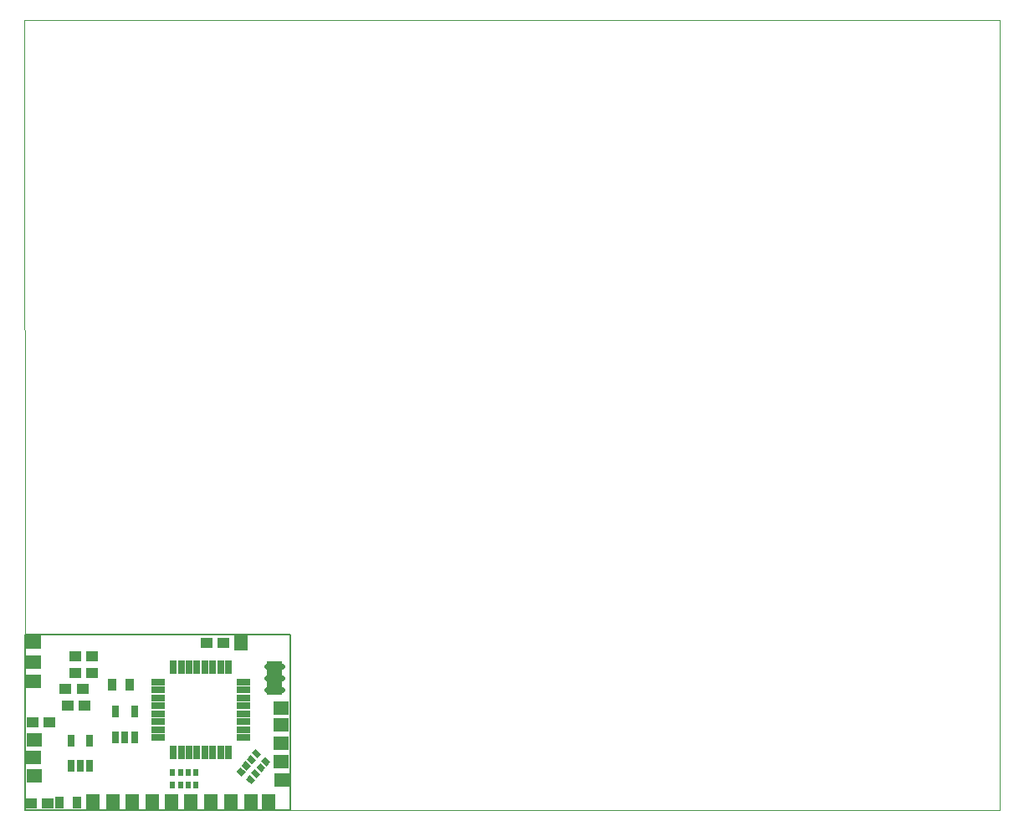
<source format=gts>
G75*
%MOIN*%
%OFA0B0*%
%FSLAX25Y25*%
%IPPOS*%
%LPD*%
%AMOC8*
5,1,8,0,0,1.08239X$1,22.5*
%
%ADD10C,0.00000*%
%ADD11C,0.00700*%
%ADD12R,0.04731X0.04337*%
%ADD13R,0.06400X0.05400*%
%ADD14R,0.05400X0.06400*%
%ADD15R,0.03550X0.05124*%
%ADD16R,0.02369X0.02959*%
%ADD17R,0.02565X0.05124*%
%ADD18R,0.05400X0.02600*%
%ADD19R,0.02600X0.05400*%
%ADD20C,0.02172*%
%ADD21R,0.06040X0.13760*%
D10*
X0002934Y0075619D02*
X0002502Y0320712D01*
X0391203Y0320712D01*
X0391203Y0005751D01*
X0108515Y0005584D01*
D11*
X0002867Y0005651D02*
X0002934Y0075619D01*
X0108462Y0075672D01*
X0108515Y0005584D01*
X0002867Y0005651D01*
D12*
X0005040Y0008242D03*
X0011732Y0008242D03*
X0012370Y0040535D03*
X0005677Y0040535D03*
X0019913Y0047467D03*
X0026606Y0047467D03*
X0025637Y0053851D03*
X0018945Y0053851D03*
X0022628Y0060343D03*
X0029321Y0060343D03*
X0029406Y0067084D03*
X0022713Y0067084D03*
X0074975Y0072340D03*
X0081668Y0072340D03*
D13*
X0104773Y0046325D03*
X0104773Y0039702D03*
X0104773Y0032467D03*
X0104737Y0025139D03*
X0105034Y0017648D03*
X0006475Y0019216D03*
X0006263Y0026550D03*
X0006302Y0033526D03*
X0006112Y0056957D03*
X0006180Y0064829D03*
X0006233Y0072841D03*
D14*
X0029783Y0009032D03*
X0037771Y0008927D03*
X0045402Y0008973D03*
X0053373Y0008926D03*
X0061201Y0008926D03*
X0068899Y0009056D03*
X0076801Y0009001D03*
X0084750Y0009033D03*
X0092826Y0009137D03*
X0099826Y0009074D03*
X0088774Y0072325D03*
D15*
X0044371Y0055537D03*
X0037285Y0055537D03*
X0023520Y0008741D03*
X0016433Y0008741D03*
D16*
X0061467Y0015624D03*
X0064617Y0015624D03*
X0067766Y0015624D03*
X0070916Y0015624D03*
X0070916Y0020545D03*
X0067766Y0020545D03*
X0064617Y0020545D03*
X0061467Y0020545D03*
G36*
X0086943Y0020972D02*
X0088466Y0022786D01*
X0090731Y0020886D01*
X0089208Y0019072D01*
X0086943Y0020972D01*
G37*
G36*
X0088968Y0023385D02*
X0090491Y0025199D01*
X0092756Y0023299D01*
X0091233Y0021485D01*
X0088968Y0023385D01*
G37*
G36*
X0090992Y0025797D02*
X0092515Y0027611D01*
X0094780Y0025711D01*
X0093257Y0023897D01*
X0090992Y0025797D01*
G37*
G36*
X0093017Y0028210D02*
X0094540Y0030024D01*
X0096805Y0028124D01*
X0095282Y0026310D01*
X0093017Y0028210D01*
G37*
G36*
X0094762Y0022634D02*
X0096285Y0024448D01*
X0098550Y0022548D01*
X0097027Y0020734D01*
X0094762Y0022634D01*
G37*
G36*
X0092737Y0020221D02*
X0094260Y0022035D01*
X0096525Y0020135D01*
X0095002Y0018321D01*
X0092737Y0020221D01*
G37*
G36*
X0090713Y0017808D02*
X0092236Y0019622D01*
X0094501Y0017722D01*
X0092978Y0015908D01*
X0090713Y0017808D01*
G37*
G36*
X0096787Y0025047D02*
X0098310Y0026861D01*
X0100575Y0024961D01*
X0099052Y0023147D01*
X0096787Y0025047D01*
G37*
D17*
X0046334Y0034819D03*
X0042593Y0034819D03*
X0038853Y0034819D03*
X0028605Y0033440D03*
X0021125Y0033440D03*
X0021125Y0023203D03*
X0024865Y0023203D03*
X0028605Y0023203D03*
X0038853Y0045056D03*
X0046334Y0045056D03*
D18*
X0055927Y0044106D03*
X0055927Y0047255D03*
X0055927Y0050405D03*
X0055927Y0053555D03*
X0055927Y0056704D03*
X0055927Y0040956D03*
X0055927Y0037806D03*
X0055927Y0034657D03*
X0089727Y0034657D03*
X0089727Y0037806D03*
X0089727Y0040956D03*
X0089727Y0044106D03*
X0089727Y0047255D03*
X0089727Y0050405D03*
X0089727Y0053555D03*
X0089727Y0056704D03*
D19*
X0083851Y0062580D03*
X0080701Y0062580D03*
X0077552Y0062580D03*
X0074402Y0062580D03*
X0071253Y0062580D03*
X0068103Y0062580D03*
X0064953Y0062580D03*
X0061804Y0062580D03*
X0061804Y0028780D03*
X0064953Y0028780D03*
X0068103Y0028780D03*
X0071253Y0028780D03*
X0074402Y0028780D03*
X0077552Y0028780D03*
X0080701Y0028780D03*
X0083851Y0028780D03*
D20*
X0099281Y0053539D02*
X0105009Y0053539D01*
X0105009Y0058264D02*
X0099281Y0058264D01*
X0099281Y0062988D02*
X0105009Y0062988D01*
D21*
X0102155Y0058254D03*
M02*

</source>
